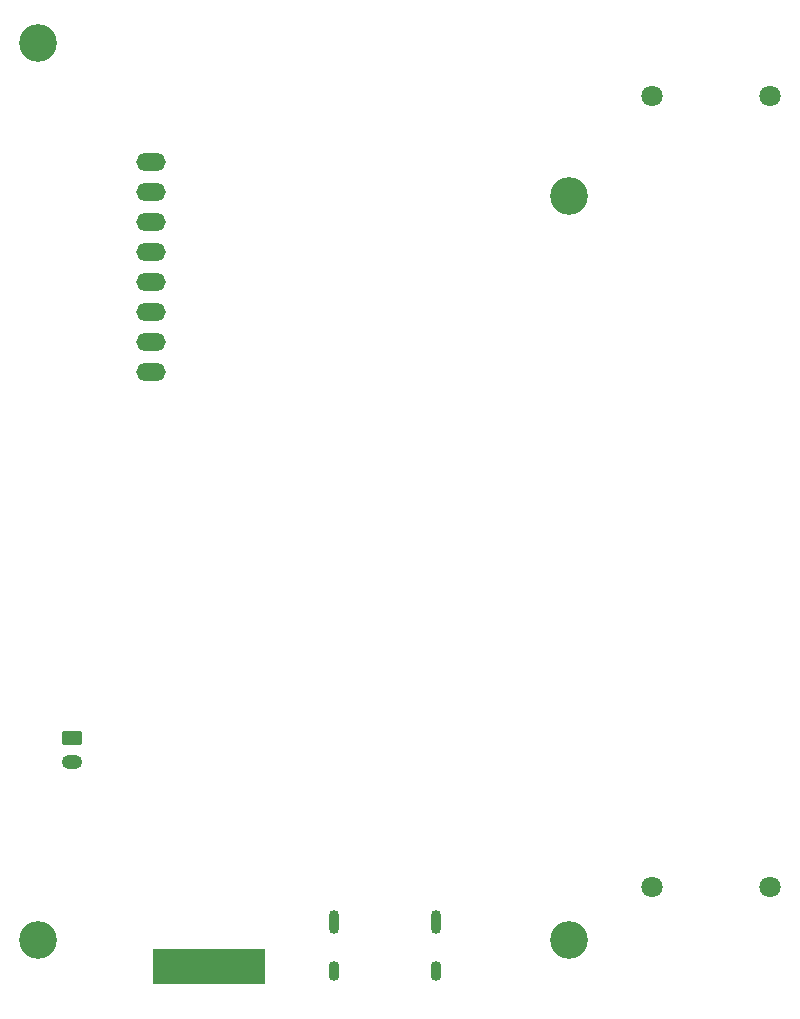
<source format=gbr>
%TF.GenerationSoftware,KiCad,Pcbnew,7.0.10*%
%TF.CreationDate,2024-02-23T16:55:47+01:00*%
%TF.ProjectId,OBSPro,4f425350-726f-42e6-9b69-6361645f7063,rev?*%
%TF.SameCoordinates,PX7270e00PY2255100*%
%TF.FileFunction,Soldermask,Bot*%
%TF.FilePolarity,Negative*%
%FSLAX46Y46*%
G04 Gerber Fmt 4.6, Leading zero omitted, Abs format (unit mm)*
G04 Created by KiCad (PCBNEW 7.0.10) date 2024-02-23 16:55:47*
%MOMM*%
%LPD*%
G01*
G04 APERTURE LIST*
G04 Aperture macros list*
%AMRoundRect*
0 Rectangle with rounded corners*
0 $1 Rounding radius*
0 $2 $3 $4 $5 $6 $7 $8 $9 X,Y pos of 4 corners*
0 Add a 4 corners polygon primitive as box body*
4,1,4,$2,$3,$4,$5,$6,$7,$8,$9,$2,$3,0*
0 Add four circle primitives for the rounded corners*
1,1,$1+$1,$2,$3*
1,1,$1+$1,$4,$5*
1,1,$1+$1,$6,$7*
1,1,$1+$1,$8,$9*
0 Add four rect primitives between the rounded corners*
20,1,$1+$1,$2,$3,$4,$5,0*
20,1,$1+$1,$4,$5,$6,$7,0*
20,1,$1+$1,$6,$7,$8,$9,0*
20,1,$1+$1,$8,$9,$2,$3,0*%
G04 Aperture macros list end*
%ADD10C,3.200000*%
%ADD11RoundRect,0.250000X-0.625000X0.350000X-0.625000X-0.350000X0.625000X-0.350000X0.625000X0.350000X0*%
%ADD12O,1.750000X1.200000*%
%ADD13O,0.900000X2.000000*%
%ADD14O,0.900000X1.700000*%
%ADD15O,2.500000X1.500000*%
%ADD16C,1.800000*%
G04 APERTURE END LIST*
D10*
%TO.C,H3*%
X49000000Y-80000000D03*
%TD*%
D11*
%TO.C,J2*%
X6850000Y-62900000D03*
D12*
X6850000Y-64900000D03*
%TD*%
D13*
%TO.C,J1*%
X29075000Y-78410000D03*
D14*
X29075000Y-82590000D03*
D13*
X37725000Y-78410000D03*
D14*
X37725000Y-82590000D03*
%TD*%
D15*
%TO.C,J3*%
X13600000Y-31900000D03*
X13600000Y-29360000D03*
X13600000Y-26820000D03*
X13600000Y-24280000D03*
X13600000Y-21740000D03*
X13600000Y-19200000D03*
X13600000Y-16660000D03*
X13600000Y-14120000D03*
%TD*%
D10*
%TO.C,H4*%
X49000000Y-17000000D03*
%TD*%
%TO.C,H2*%
X4000000Y-4000000D03*
%TD*%
D16*
%TO.C,LS1*%
X56000000Y-75500000D03*
X66000000Y-75500000D03*
%TD*%
D10*
%TO.C,H1*%
X4000000Y-80000000D03*
%TD*%
D16*
%TO.C,LS2*%
X65999999Y-8500000D03*
X55999999Y-8500000D03*
%TD*%
G36*
X23159191Y-80718907D02*
G01*
X23195155Y-80768407D01*
X23200000Y-80799000D01*
X23200000Y-83601000D01*
X23181093Y-83659191D01*
X23131593Y-83695155D01*
X23101000Y-83700000D01*
X13799000Y-83700000D01*
X13740809Y-83681093D01*
X13704845Y-83631593D01*
X13700000Y-83601000D01*
X13700000Y-80799000D01*
X13718907Y-80740809D01*
X13768407Y-80704845D01*
X13799000Y-80700000D01*
X23101000Y-80700000D01*
X23159191Y-80718907D01*
G37*
M02*

</source>
